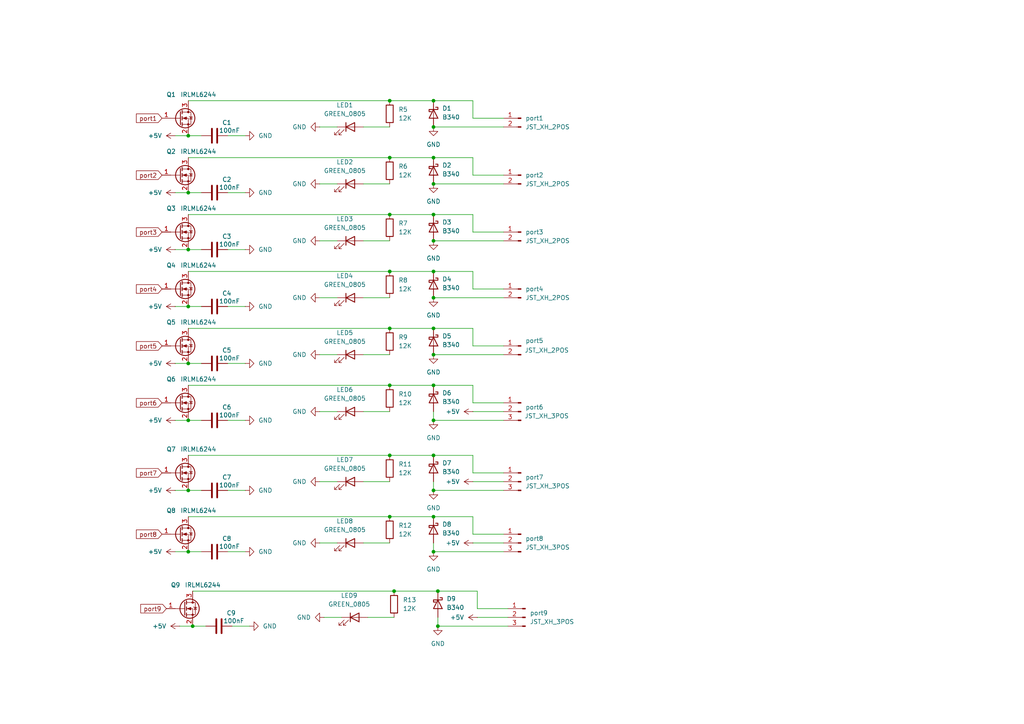
<source format=kicad_sch>
(kicad_sch (version 20231120) (generator "eeschema") (generator_version "8.0")
  (paper "A4")
  (lib_symbols
    (symbol "Connector:Conn_01x02_Pin" (pin_names (offset 1.016) hide)
      (property "Reference" "J" (at 0 2.54 0))
      (property "Value" "Conn_01x02_Pin" (at 0 -5.08 0))
      (symbol "Conn_01x02_Pin_1_1"
        (polyline (pts (xy 1.27 -2.54) (xy 0.8636 -2.54)) (stroke (width 0.1524)))
        (polyline (pts (xy 1.27 0) (xy 0.8636 0)) (stroke (width 0.1524)))
        (rectangle (start 0.8636 -2.413) (end 0 -2.667) (stroke (width 0.1524)) (fill (type outline)))
        (rectangle (start 0.8636 0.127) (end 0 -0.127) (stroke (width 0.1524)) (fill (type outline)))
        (pin passive line (at 5.08 0 180) (length 3.81) (name "Pin_1") (number "1"))
        (pin passive line (at 5.08 -2.54 180) (length 3.81) (name "Pin_2") (number "2"))
      )
    )
    (symbol "Connector:Conn_01x03_Pin" (pin_names (offset 1.016) hide)
      (property "Reference" "J" (at 0 5.08 0))
      (property "Value" "Conn_01x03_Pin" (at 0 -5.08 0))
      (symbol "Conn_01x03_Pin_1_1"
        (polyline (pts (xy 1.27 -2.54) (xy 0.8636 -2.54)) (stroke (width 0.1524)))
        (polyline (pts (xy 1.27 0) (xy 0.8636 0)) (stroke (width 0.1524)))
        (polyline (pts (xy 1.27 2.54) (xy 0.8636 2.54)) (stroke (width 0.1524)))
        (rectangle (start 0.8636 -2.413) (end 0 -2.667) (stroke (width 0.1524)) (fill (type outline)))
        (rectangle (start 0.8636 0.127) (end 0 -0.127) (stroke (width 0.1524)) (fill (type outline)))
        (rectangle (start 0.8636 2.667) (end 0 2.413) (stroke (width 0.1524)) (fill (type outline)))
        (pin passive line (at 5.08 2.54 180) (length 3.81) (name "Pin_1") (number "1"))
        (pin passive line (at 5.08 0 180) (length 3.81) (name "Pin_2") (number "2"))
        (pin passive line (at 5.08 -2.54 180) (length 3.81) (name "Pin_3") (number "3"))
      )
    )
    (symbol "Device:C" (pin_numbers hide) (pin_names (offset 0.254))
      (property "Reference" "C" (at 0.635 2.54 0))
      (property "Value" "C" (at 0.635 -2.54 0))
      (symbol "C_0_1"
        (polyline (pts (xy -2.032 -0.762) (xy 2.032 -0.762)) (stroke (width 0.508)))
        (polyline (pts (xy -2.032 0.762) (xy 2.032 0.762)) (stroke (width 0.508)))
      )
      (symbol "C_1_1"
        (pin passive line (at 0 3.81 270) (length 2.794) (name "~") (number "1"))
        (pin passive line (at 0 -3.81 90) (length 2.794) (name "~") (number "2"))
      )
    )
    (symbol "Device:LED" (pin_numbers hide) (pin_names (offset 1.016) hide)
      (property "Reference" "D" (at 0 2.54 0))
      (property "Value" "LED" (at 0 -2.54 0))
      (symbol "LED_0_1"
        (polyline (pts (xy -1.27 -1.27) (xy -1.27 1.27)) (stroke (width 0.254)))
        (polyline (pts (xy -1.27 0) (xy 1.27 0)))
        (polyline (pts (xy 1.27 -1.27) (xy 1.27 1.27) (xy -1.27 0) (xy 1.27 -1.27)) (stroke (width 0.254)))
        (polyline (pts (xy -3.048 -0.762) (xy -4.572 -2.286) (xy -3.81 -2.286) (xy -4.572 -2.286) (xy -4.572 -1.524)))
        (polyline (pts (xy -1.778 -0.762) (xy -3.302 -2.286) (xy -2.54 -2.286) (xy -3.302 -2.286) (xy -3.302 -1.524)))
      )
      (symbol "LED_1_1"
        (pin passive line (at -3.81 0 0) (length 2.54) (name "K") (number "1"))
        (pin passive line (at 3.81 0 180) (length 2.54) (name "A") (number "2"))
      )
    )
    (symbol "Device:R" (pin_numbers hide) (pin_names (offset 0))
      (property "Reference" "R" (at 2.032 0 90))
      (property "Value" "R" (at 0 0 90))
      (symbol "R_0_1"
        (rectangle (start -1.016 -2.54) (end 1.016 2.54) (stroke (width 0.254)))
      )
      (symbol "R_1_1"
        (pin passive line (at 0 3.81 270) (length 1.27) (name "~") (number "1"))
        (pin passive line (at 0 -3.81 90) (length 1.27) (name "~") (number "2"))
      )
    )
    (symbol "Diode:B340" (pin_numbers hide) (pin_names (offset 1.016) hide)
      (property "Reference" "D" (at 0 2.54 0))
      (property "Value" "B340" (at 0 -2.54 0))
      (symbol "B340_0_1"
        (polyline (pts (xy 1.27 0) (xy -1.27 0)))
        (polyline (pts (xy 1.27 1.27) (xy 1.27 -1.27) (xy -1.27 0) (xy 1.27 1.27)) (stroke (width 0.254)))
        (polyline (pts (xy -1.905 0.635) (xy -1.905 1.27) (xy -1.27 1.27) (xy -1.27 -1.27) (xy -0.635 -1.27) (xy -0.635 -0.635)) (stroke (width 0.254)))
      )
      (symbol "B340_1_1"
        (pin passive line (at -3.81 0 0) (length 2.54) (name "K") (number "1"))
        (pin passive line (at 3.81 0 180) (length 2.54) (name "A") (number "2"))
      )
    )
    (symbol "Transistor_FET:IRLML6244" (pin_names hide)
      (property "Reference" "Q" (at 5.08 1.905 0))
      (property "Value" "IRLML6244" (at 5.08 0 0))
      (symbol "IRLML6244_0_1"
        (polyline (pts (xy 0.254 0) (xy -2.54 0)))
        (polyline (pts (xy 0.254 1.905) (xy 0.254 -1.905)) (stroke (width 0.254)))
        (polyline (pts (xy 0.762 -1.27) (xy 0.762 -2.286)) (stroke (width 0.254)))
        (polyline (pts (xy 0.762 0.508) (xy 0.762 -0.508)) (stroke (width 0.254)))
        (polyline (pts (xy 0.762 2.286) (xy 0.762 1.27)) (stroke (width 0.254)))
        (polyline (pts (xy 2.54 2.54) (xy 2.54 1.778)))
        (polyline (pts (xy 2.54 -2.54) (xy 2.54 0) (xy 0.762 0)))
        (polyline (pts (xy 0.762 -1.778) (xy 3.302 -1.778) (xy 3.302 1.778) (xy 0.762 1.778)))
        (polyline (pts (xy 1.016 0) (xy 2.032 0.381) (xy 2.032 -0.381) (xy 1.016 0)) (fill (type outline)))
        (polyline (pts (xy 2.794 0.508) (xy 2.921 0.381) (xy 3.683 0.381) (xy 3.81 0.254)))
        (polyline (pts (xy 3.302 0.381) (xy 2.921 -0.254) (xy 3.683 -0.254) (xy 3.302 0.381)))
        (circle (center 1.651 0) (radius 2.794) (stroke (width 0.254)))
        (circle (center 2.54 -1.778) (radius 0.254) (fill (type outline)))
        (circle (center 2.54 1.778) (radius 0.254) (fill (type outline)))
      )
      (symbol "IRLML6244_1_1"
        (pin input line (at -5.08 0 0) (length 2.54) (name "G") (number "1"))
        (pin passive line (at 2.54 -5.08 90) (length 2.54) (name "S") (number "2"))
        (pin passive line (at 2.54 5.08 270) (length 2.54) (name "D") (number "3"))
      )
    )
    (symbol "power:+5V" (power) (pin_numbers hide) (pin_names (offset 0) hide)
      (property "Value" "+5V" (at 0 3.556 0))
      (symbol "+5V_0_1"
        (polyline (pts (xy -0.762 1.27) (xy 0 2.54)))
        (polyline (pts (xy 0 0) (xy 0 2.54)))
        (polyline (pts (xy 0 2.54) (xy 0.762 1.27)))
      )
      (symbol "+5V_1_1"
        (pin power_in line (at 0 0 90) (length 0) (name "~") (number "1"))
      )
    )
    (symbol "power:GND" (power) (pin_numbers hide) (pin_names (offset 0) hide)
      (property "Value" "GND" (at 0 -3.81 0))
      (symbol "GND_0_1"
        (polyline (pts (xy 0 0) (xy 0 -1.27) (xy 1.27 -1.27) (xy 0 -2.54) (xy -1.27 -1.27) (xy 0 -1.27)))
      )
      (symbol "GND_1_1"
        (pin power_in line (at 0 0 270) (length 0) (name "~") (number "1"))
      )
    )
  )
  (junction (at 125.73 149.86))
  (junction (at 127 181.61))
  (junction (at 125.73 29.21))
  (junction (at 113.03 78.74))
  (junction (at 125.73 111.76))
  (junction (at 114.3 171.45))
  (junction (at 55.88 181.61))
  (junction (at 113.03 132.08))
  (junction (at 113.03 29.21))
  (junction (at 125.73 45.72))
  (junction (at 125.73 78.74))
  (junction (at 54.61 121.92))
  (junction (at 125.73 121.92))
  (junction (at 54.61 142.24))
  (junction (at 125.73 86.36))
  (junction (at 54.61 88.9))
  (junction (at 125.73 142.24))
  (junction (at 125.73 69.85))
  (junction (at 125.73 36.83))
  (junction (at 125.73 95.25))
  (junction (at 113.03 45.72))
  (junction (at 125.73 132.08))
  (junction (at 113.03 149.86))
  (junction (at 127 171.45))
  (junction (at 54.61 105.41))
  (junction (at 125.73 62.23))
  (junction (at 125.73 102.87))
  (junction (at 54.61 55.88))
  (junction (at 113.03 111.76))
  (junction (at 125.73 160.02))
  (junction (at 113.03 95.25))
  (junction (at 54.61 160.02))
  (junction (at 54.61 72.39))
  (junction (at 125.73 53.34))
  (junction (at 54.61 39.37))
  (junction (at 113.03 62.23))
  (wire (pts (xy 105.41 86.36) (xy 113.03 86.36)))
  (wire (pts (xy 113.03 62.23) (xy 125.73 62.23)))
  (wire (pts (xy 66.04 55.88) (xy 71.12 55.88)))
  (wire (pts (xy 55.88 181.61) (xy 59.69 181.61)))
  (wire (pts (xy 137.16 111.76) (xy 137.16 116.84)))
  (wire (pts (xy 54.61 121.92) (xy 58.42 121.92)))
  (wire (pts (xy 54.61 72.39) (xy 58.42 72.39)))
  (wire (pts (xy 137.16 50.8) (xy 146.05 50.8)))
  (wire (pts (xy 93.98 179.07) (xy 99.06 179.07)))
  (wire (pts (xy 55.88 171.45) (xy 114.3 171.45)))
  (wire (pts (xy 105.41 139.7) (xy 113.03 139.7)))
  (wire (pts (xy 66.04 39.37) (xy 71.12 39.37)))
  (wire (pts (xy 54.61 111.76) (xy 113.03 111.76)))
  (wire (pts (xy 137.16 139.7) (xy 146.05 139.7)))
  (wire (pts (xy 66.04 142.24) (xy 71.12 142.24)))
  (wire (pts (xy 125.73 29.21) (xy 137.16 29.21)))
  (wire (pts (xy 105.41 53.34) (xy 113.03 53.34)))
  (wire (pts (xy 138.43 171.45) (xy 138.43 176.53)))
  (wire (pts (xy 137.16 34.29) (xy 146.05 34.29)))
  (wire (pts (xy 66.04 121.92) (xy 71.12 121.92)))
  (wire (pts (xy 54.61 132.08) (xy 113.03 132.08)))
  (wire (pts (xy 67.31 181.61) (xy 72.39 181.61)))
  (wire (pts (xy 50.8 142.24) (xy 54.61 142.24)))
  (wire (pts (xy 92.71 36.83) (xy 97.79 36.83)))
  (wire (pts (xy 113.03 29.21) (xy 125.73 29.21)))
  (wire (pts (xy 125.73 121.92) (xy 125.73 119.38)))
  (wire (pts (xy 125.73 142.24) (xy 125.73 139.7)))
  (wire (pts (xy 54.61 29.21) (xy 113.03 29.21)))
  (wire (pts (xy 54.61 105.41) (xy 50.8 105.41)))
  (wire (pts (xy 125.73 36.83) (xy 146.05 36.83)))
  (wire (pts (xy 125.73 102.87) (xy 146.05 102.87)))
  (wire (pts (xy 137.16 119.38) (xy 146.05 119.38)))
  (wire (pts (xy 137.16 95.25) (xy 137.16 100.33)))
  (wire (pts (xy 92.71 86.36) (xy 97.79 86.36)))
  (wire (pts (xy 125.73 132.08) (xy 137.16 132.08)))
  (wire (pts (xy 114.3 171.45) (xy 127 171.45)))
  (wire (pts (xy 105.41 36.83) (xy 113.03 36.83)))
  (wire (pts (xy 54.61 142.24) (xy 58.42 142.24)))
  (wire (pts (xy 92.71 119.38) (xy 97.79 119.38)))
  (wire (pts (xy 137.16 149.86) (xy 137.16 154.94)))
  (wire (pts (xy 92.71 102.87) (xy 97.79 102.87)))
  (wire (pts (xy 137.16 83.82) (xy 146.05 83.82)))
  (wire (pts (xy 52.07 181.61) (xy 55.88 181.61)))
  (wire (pts (xy 125.73 95.25) (xy 137.16 95.25)))
  (wire (pts (xy 92.71 69.85) (xy 97.79 69.85)))
  (wire (pts (xy 66.04 88.9) (xy 71.12 88.9)))
  (wire (pts (xy 137.16 78.74) (xy 137.16 83.82)))
  (wire (pts (xy 54.61 39.37) (xy 58.42 39.37)))
  (wire (pts (xy 113.03 78.74) (xy 125.73 78.74)))
  (wire (pts (xy 125.73 53.34) (xy 146.05 53.34)))
  (wire (pts (xy 54.61 105.41) (xy 58.42 105.41)))
  (wire (pts (xy 125.73 142.24) (xy 146.05 142.24)))
  (wire (pts (xy 113.03 111.76) (xy 125.73 111.76)))
  (wire (pts (xy 138.43 179.07) (xy 147.32 179.07)))
  (wire (pts (xy 125.73 86.36) (xy 146.05 86.36)))
  (wire (pts (xy 54.61 160.02) (xy 58.42 160.02)))
  (wire (pts (xy 127 181.61) (xy 147.32 181.61)))
  (wire (pts (xy 54.61 88.9) (xy 58.42 88.9)))
  (wire (pts (xy 125.73 121.92) (xy 146.05 121.92)))
  (wire (pts (xy 125.73 69.85) (xy 146.05 69.85)))
  (wire (pts (xy 50.8 121.92) (xy 54.61 121.92)))
  (wire (pts (xy 137.16 154.94) (xy 146.05 154.94)))
  (wire (pts (xy 66.04 72.39) (xy 71.12 72.39)))
  (wire (pts (xy 125.73 111.76) (xy 137.16 111.76)))
  (wire (pts (xy 127 171.45) (xy 138.43 171.45)))
  (wire (pts (xy 54.61 95.25) (xy 113.03 95.25)))
  (wire (pts (xy 138.43 176.53) (xy 147.32 176.53)))
  (wire (pts (xy 54.61 55.88) (xy 50.8 55.88)))
  (wire (pts (xy 54.61 45.72) (xy 113.03 45.72)))
  (wire (pts (xy 137.16 137.16) (xy 146.05 137.16)))
  (wire (pts (xy 137.16 116.84) (xy 146.05 116.84)))
  (wire (pts (xy 113.03 132.08) (xy 125.73 132.08)))
  (wire (pts (xy 125.73 149.86) (xy 137.16 149.86)))
  (wire (pts (xy 92.71 53.34) (xy 97.79 53.34)))
  (wire (pts (xy 105.41 102.87) (xy 113.03 102.87)))
  (wire (pts (xy 66.04 105.41) (xy 71.12 105.41)))
  (wire (pts (xy 54.61 78.74) (xy 113.03 78.74)))
  (wire (pts (xy 125.73 160.02) (xy 146.05 160.02)))
  (wire (pts (xy 54.61 149.86) (xy 113.03 149.86)))
  (wire (pts (xy 125.73 78.74) (xy 137.16 78.74)))
  (wire (pts (xy 66.04 160.02) (xy 71.12 160.02)))
  (wire (pts (xy 137.16 67.31) (xy 146.05 67.31)))
  (wire (pts (xy 54.61 88.9) (xy 50.8 88.9)))
  (wire (pts (xy 92.71 157.48) (xy 97.79 157.48)))
  (wire (pts (xy 54.61 62.23) (xy 113.03 62.23)))
  (wire (pts (xy 105.41 157.48) (xy 113.03 157.48)))
  (wire (pts (xy 127 181.61) (xy 127 179.07)))
  (wire (pts (xy 113.03 149.86) (xy 125.73 149.86)))
  (wire (pts (xy 54.61 39.37) (xy 50.8 39.37)))
  (wire (pts (xy 54.61 72.39) (xy 50.8 72.39)))
  (wire (pts (xy 125.73 160.02) (xy 125.73 157.48)))
  (wire (pts (xy 125.73 62.23) (xy 137.16 62.23)))
  (wire (pts (xy 50.8 160.02) (xy 54.61 160.02)))
  (wire (pts (xy 137.16 62.23) (xy 137.16 67.31)))
  (wire (pts (xy 137.16 29.21) (xy 137.16 34.29)))
  (wire (pts (xy 113.03 95.25) (xy 125.73 95.25)))
  (wire (pts (xy 113.03 45.72) (xy 125.73 45.72)))
  (wire (pts (xy 54.61 55.88) (xy 58.42 55.88)))
  (wire (pts (xy 137.16 157.48) (xy 146.05 157.48)))
  (wire (pts (xy 137.16 132.08) (xy 137.16 137.16)))
  (wire (pts (xy 125.73 45.72) (xy 137.16 45.72)))
  (wire (pts (xy 137.16 45.72) (xy 137.16 50.8)))
  (wire (pts (xy 106.68 179.07) (xy 114.3 179.07)))
  (wire (pts (xy 105.41 119.38) (xy 113.03 119.38)))
  (wire (pts (xy 92.71 139.7) (xy 97.79 139.7)))
  (wire (pts (xy 137.16 100.33) (xy 146.05 100.33)))
  (wire (pts (xy 105.41 69.85) (xy 113.03 69.85)))
  (global_label "port9" (shape input) (at 48.26 176.53 180) (property "Intersheetrefs" "${INTERSHEET_REFS}" (effects (hide yes))))
  (global_label "port7" (shape input) (at 46.99 137.16 180) (property "Intersheetrefs" "${INTERSHEET_REFS}" (effects (hide yes))))
  (global_label "port6" (shape input) (at 46.99 116.84 180) (property "Intersheetrefs" "${INTERSHEET_REFS}" (effects (hide yes))))
  (global_label "port1" (shape input) (at 46.99 34.29 180) (property "Intersheetrefs" "${INTERSHEET_REFS}" (effects (hide yes))))
  (global_label "port3" (shape input) (at 46.99 67.31 180) (property "Intersheetrefs" "${INTERSHEET_REFS}" (effects (hide yes))))
  (global_label "port8" (shape input) (at 46.99 154.94 180) (property "Intersheetrefs" "${INTERSHEET_REFS}" (effects (hide yes))))
  (global_label "port4" (shape input) (at 46.99 83.82 180) (property "Intersheetrefs" "${INTERSHEET_REFS}" (effects (hide yes))))
  (global_label "port5" (shape input) (at 46.99 100.33 180) (property "Intersheetrefs" "${INTERSHEET_REFS}" (effects (hide yes))))
  (global_label "port2" (shape input) (at 46.99 50.8 180) (property "Intersheetrefs" "${INTERSHEET_REFS}" (effects (hide yes))))
  (symbol (lib_id "power:GND") (at 92.71 53.34 270) (unit 1)
    (property "Reference" "#PWR036" (effects (hide yes)))
    (property "Value" "GND" (at 88.9 53.3399 90) (effects (justify right)))
    (property "Description" "Power symbol creates a global label with name \"GND\" , ground" (effects (hide yes)))
  )
  (symbol (lib_id "Connector:Conn_01x03_Pin") (at 151.13 119.38 0) (mirror y) (unit 1)
    (property "Reference" "port6" (at 152.4 118.11 0) (effects (justify right)))
    (property "Value" "JST_XH_3POS" (at 152.146 120.65 0) (effects (justify right)))
    (property "Footprint" "Connector_JST:JST_XH_S3B-XH-A_1x03_P2.50mm_Horizontal" (effects (hide yes)))
    (property "Description" "Generic connector, single row, 01x03, script generated" (effects (hide yes)))
  )
  (symbol (lib_id "power:GND") (at 92.71 139.7 270) (unit 1)
    (property "Reference" "#PWR041" (effects (hide yes)))
    (property "Value" "GND" (at 88.9 139.6999 90) (effects (justify right)))
    (property "Description" "Power symbol creates a global label with name \"GND\" , ground" (effects (hide yes)))
  )
  (symbol (lib_id "Device:C") (at 62.23 160.02 270) (mirror x) (unit 1)
    (property "Reference" "C8" (at 65.786 156.21 90))
    (property "Value" "100nF" (at 66.548 158.496 90))
    (property "Footprint" "Capacitor_SMD:C_0805_2012Metric_Pad1.18x1.45mm_HandSolder" (effects (hide yes)))
    (property "Description" "Unpolarized capacitor" (effects (hide yes)))
  )
  (symbol (lib_id "power:GND") (at 92.71 119.38 270) (unit 1)
    (property "Reference" "#PWR040" (effects (hide yes)))
    (property "Value" "GND" (at 88.9 119.3799 90) (effects (justify right)))
    (property "Description" "Power symbol creates a global label with name \"GND\" , ground" (effects (hide yes)))
  )
  (symbol (lib_id "Device:LED") (at 101.6 157.48 0) (unit 1)
    (property "Reference" "LED8" (at 100.0125 151.13 0))
    (property "Value" "GREEN_0805" (at 100.0125 153.67 0))
    (property "Footprint" "LED_SMD:LED_0805_2012Metric_Pad1.15x1.40mm_HandSolder" (effects (hide yes)))
    (property "Description" "Light emitting diode" (effects (hide yes)))
  )
  (symbol (lib_id "power:+5V") (at 137.16 119.38 90) (mirror x) (unit 1)
    (property "Reference" "#PWR053" (effects (hide yes)))
    (property "Value" "+5V" (at 133.35 119.3799 90) (effects (justify left)))
    (property "Description" "Power symbol creates a global label with name \"+5V\"" (effects (hide yes)))
  )
  (symbol (lib_id "power:GND") (at 125.73 121.92 0) (unit 1)
    (property "Reference" "#PWR049" (effects (hide yes)))
    (property "Value" "GND" (at 125.73 127 0))
    (property "Description" "Power symbol creates a global label with name \"GND\" , ground" (effects (hide yes)))
  )
  (symbol (lib_id "Device:C") (at 62.23 121.92 270) (mirror x) (unit 1)
    (property "Reference" "C6" (at 65.786 118.11 90))
    (property "Value" "100nF" (at 66.548 120.396 90))
    (property "Footprint" "Capacitor_SMD:C_0805_2012Metric_Pad1.18x1.45mm_HandSolder" (effects (hide yes)))
    (property "Description" "Unpolarized capacitor" (effects (hide yes)))
  )
  (symbol (lib_id "Device:R") (at 114.3 175.26 0) (unit 1)
    (property "Reference" "R13" (at 116.84 173.9899 0) (effects (justify left)))
    (property "Value" "12K" (at 116.84 176.5299 0) (effects (justify left)))
    (property "Footprint" "Resistor_SMD:R_0805_2012Metric_Pad1.20x1.40mm_HandSolder" (effects (hide yes)))
    (property "Description" "Resistor" (effects (hide yes)))
  )
  (symbol (lib_id "Transistor_FET:IRLML6244") (at 52.07 50.8 0) (unit 1)
    (property "Reference" "Q2" (at 48.26 43.942 0) (effects (justify left)))
    (property "Value" "IRLML6244" (at 52.324 43.942 0) (effects (justify left)))
    (property "Footprint" "Package_TO_SOT_SMD:SOT-23" (effects (hide yes)))
    (property "Datasheet" "https://www.infineon.com/dgdl/Infineon-IRLML6244-DataSheet-v01_01-EN.pdf?fileId=5546d462533600a4015356686fed261f" (effects (hide yes)))
    (property "Description" "6.3A Id, 20V Vds, 21mOhm Rds, N-Channel StrongIRFET Power MOSFET, SOT-23" (effects (hide yes)))
  )
  (symbol (lib_id "Connector:Conn_01x03_Pin") (at 151.13 157.48 0) (mirror y) (unit 1)
    (property "Reference" "port8" (at 152.4 156.2099 0) (effects (justify right)))
    (property "Value" "JST_XH_3POS" (at 152.4 158.7499 0) (effects (justify right)))
    (property "Footprint" "Connector_JST:JST_XH_S3B-XH-A_1x03_P2.50mm_Horizontal" (effects (hide yes)))
    (property "Description" "Generic connector, single row, 01x03, script generated" (effects (hide yes)))
  )
  (symbol (lib_id "Device:LED") (at 102.87 179.07 0) (unit 1)
    (property "Reference" "LED9" (at 101.2825 172.72 0))
    (property "Value" "GREEN_0805" (at 101.2825 175.26 0))
    (property "Footprint" "LED_SMD:LED_0805_2012Metric_Pad1.15x1.40mm_HandSolder" (effects (hide yes)))
    (property "Description" "Light emitting diode" (effects (hide yes)))
  )
  (symbol (lib_id "power:GND") (at 125.73 69.85 0) (unit 1)
    (property "Reference" "#PWR046" (effects (hide yes)))
    (property "Value" "GND" (at 125.73 74.93 0))
    (property "Description" "Power symbol creates a global label with name \"GND\" , ground" (effects (hide yes)))
  )
  (symbol (lib_id "Transistor_FET:IRLML6244") (at 52.07 34.29 0) (unit 1)
    (property "Reference" "Q1" (at 48.26 27.432 0) (effects (justify left)))
    (property "Value" "IRLML6244" (at 52.324 27.432 0) (effects (justify left)))
    (property "Footprint" "Package_TO_SOT_SMD:SOT-23" (effects (hide yes)))
    (property "Datasheet" "https://www.infineon.com/dgdl/Infineon-IRLML6244-DataSheet-v01_01-EN.pdf?fileId=5546d462533600a4015356686fed261f" (effects (hide yes)))
    (property "Description" "6.3A Id, 20V Vds, 21mOhm Rds, N-Channel StrongIRFET Power MOSFET, SOT-23" (effects (hide yes)))
  )
  (symbol (lib_id "power:GND") (at 72.39 181.61 90) (mirror x) (unit 1)
    (property "Reference" "#PWR034" (effects (hide yes)))
    (property "Value" "GND" (at 76.2 181.6099 90) (effects (justify right)))
    (property "Description" "Power symbol creates a global label with name \"GND\" , ground" (effects (hide yes)))
  )
  (symbol (lib_id "power:+5V") (at 52.07 181.61 90) (mirror x) (unit 1)
    (property "Reference" "#PWR025" (effects (hide yes)))
    (property "Value" "+5V" (at 48.26 181.6099 90) (effects (justify left)))
    (property "Description" "Power symbol creates a global label with name \"+5V\"" (effects (hide yes)))
  )
  (symbol (lib_id "Transistor_FET:IRLML6244") (at 52.07 137.16 0) (unit 1)
    (property "Reference" "Q7" (at 48.26 130.302 0) (effects (justify left)))
    (property "Value" "IRLML6244" (at 52.324 130.302 0) (effects (justify left)))
    (property "Footprint" "Package_TO_SOT_SMD:SOT-23" (effects (hide yes)))
    (property "Datasheet" "https://www.infineon.com/dgdl/Infineon-IRLML6244-DataSheet-v01_01-EN.pdf?fileId=5546d462533600a4015356686fed261f" (effects (hide yes)))
    (property "Description" "6.3A Id, 20V Vds, 21mOhm Rds, N-Channel StrongIRFET Power MOSFET, SOT-23" (effects (hide yes)))
  )
  (symbol (lib_id "Device:LED") (at 101.6 69.85 0) (unit 1)
    (property "Reference" "LED3" (at 100.0125 63.5 0))
    (property "Value" "GREEN_0805" (at 100.0125 66.04 0))
    (property "Footprint" "LED_SMD:LED_0805_2012Metric_Pad1.15x1.40mm_HandSolder" (effects (hide yes)))
    (property "Description" "Light emitting diode" (effects (hide yes)))
  )
  (symbol (lib_id "power:GND") (at 125.73 142.24 0) (unit 1)
    (property "Reference" "#PWR050" (effects (hide yes)))
    (property "Value" "GND" (at 125.73 147.32 0))
    (property "Description" "Power symbol creates a global label with name \"GND\" , ground" (effects (hide yes)))
  )
  (symbol (lib_id "power:GND") (at 92.71 157.48 270) (unit 1)
    (property "Reference" "#PWR042" (effects (hide yes)))
    (property "Value" "GND" (at 88.9 157.4799 90) (effects (justify right)))
    (property "Description" "Power symbol creates a global label with name \"GND\" , ground" (effects (hide yes)))
  )
  (symbol (lib_id "Device:LED") (at 101.6 36.83 0) (unit 1)
    (property "Reference" "LED1" (at 100.0125 30.48 0))
    (property "Value" "GREEN_0805" (at 100.0125 33.02 0))
    (property "Footprint" "LED_SMD:LED_0805_2012Metric_Pad1.15x1.40mm_HandSolder" (effects (hide yes)))
    (property "Description" "Light emitting diode" (effects (hide yes)))
  )
  (symbol (lib_id "Transistor_FET:IRLML6244") (at 53.34 176.53 0) (unit 1)
    (property "Reference" "Q9" (at 49.53 169.672 0) (effects (justify left)))
    (property "Value" "IRLML6244" (at 53.594 169.672 0) (effects (justify left)))
    (property "Footprint" "Package_TO_SOT_SMD:SOT-23" (effects (hide yes)))
    (property "Datasheet" "https://www.infineon.com/dgdl/Infineon-IRLML6244-DataSheet-v01_01-EN.pdf?fileId=5546d462533600a4015356686fed261f" (effects (hide yes)))
    (property "Description" "6.3A Id, 20V Vds, 21mOhm Rds, N-Channel StrongIRFET Power MOSFET, SOT-23" (effects (hide yes)))
  )
  (symbol (lib_id "power:+5V") (at 138.43 179.07 90) (mirror x) (unit 1)
    (property "Reference" "#PWR056" (effects (hide yes)))
    (property "Value" "+5V" (at 134.62 179.0699 90) (effects (justify left)))
    (property "Description" "Power symbol creates a global label with name \"+5V\"" (effects (hide yes)))
  )
  (symbol (lib_id "Connector:Conn_01x02_Pin") (at 151.13 83.82 0) (mirror y) (unit 1)
    (property "Reference" "port4" (at 152.4 83.8199 0) (effects (justify right)))
    (property "Value" "JST_XH_2POS" (at 152.4 86.3599 0) (effects (justify right)))
    (property "Footprint" "Connector_JST:JST_XH_S2B-XH-A_1x02_P2.50mm_Horizontal" (effects (hide yes)))
    (property "Description" "Generic connector, single row, 01x02, script generated" (effects (hide yes)))
  )
  (symbol (lib_id "power:GND") (at 71.12 72.39 90) (mirror x) (unit 1)
    (property "Reference" "#PWR028" (effects (hide yes)))
    (property "Value" "GND" (at 74.93 72.3899 90) (effects (justify right)))
    (property "Description" "Power symbol creates a global label with name \"GND\" , ground" (effects (hide yes)))
  )
  (symbol (lib_id "Device:C") (at 62.23 88.9 270) (mirror x) (unit 1)
    (property "Reference" "C4" (at 65.786 85.09 90))
    (property "Value" "100nF" (at 66.548 87.376 90))
    (property "Footprint" "Capacitor_SMD:C_0805_2012Metric_Pad1.18x1.45mm_HandSolder" (effects (hide yes)))
    (property "Description" "Unpolarized capacitor" (effects (hide yes)))
  )
  (symbol (lib_id "power:+5V") (at 50.8 105.41 90) (mirror x) (unit 1)
    (property "Reference" "#PWR021" (effects (hide yes)))
    (property "Value" "+5V" (at 46.99 105.4099 90) (effects (justify left)))
    (property "Description" "Power symbol creates a global label with name \"+5V\"" (effects (hide yes)))
  )
  (symbol (lib_id "Diode:B340") (at 125.73 33.02 270) (unit 1)
    (property "Reference" "D1" (at 128.27 31.4324 90) (effects (justify left)))
    (property "Value" "B340" (at 128.27 33.9724 90) (effects (justify left)))
    (property "Footprint" "Diode_SMD:D_SMC" (effects (hide yes)))
    (property "Datasheet" "http://www.jameco.com/Jameco/Products/ProdDS/1538777.pdf" (effects (hide yes)))
    (property "Description" "40V 3A Schottky Barrier Rectifier Diode, SMC" (effects (hide yes)))
  )
  (symbol (lib_id "power:GND") (at 71.12 105.41 90) (mirror x) (unit 1)
    (property "Reference" "#PWR030" (effects (hide yes)))
    (property "Value" "GND" (at 74.93 105.4099 90) (effects (justify right)))
    (property "Description" "Power symbol creates a global label with name \"GND\" , ground" (effects (hide yes)))
  )
  (symbol (lib_id "Device:LED") (at 101.6 86.36 0) (unit 1)
    (property "Reference" "LED4" (at 100.0125 80.01 0))
    (property "Value" "GREEN_0805" (at 100.0125 82.55 0))
    (property "Footprint" "LED_SMD:LED_0805_2012Metric_Pad1.15x1.40mm_HandSolder" (effects (hide yes)))
    (property "Description" "Light emitting diode" (effects (hide yes)))
  )
  (symbol (lib_id "Connector:Conn_01x03_Pin") (at 151.13 139.7 0) (mirror y) (unit 1)
    (property "Reference" "port7" (at 152.4 138.4299 0) (effects (justify right)))
    (property "Value" "JST_XH_3POS" (at 152.4 140.9699 0) (effects (justify right)))
    (property "Footprint" "Connector_JST:JST_XH_S3B-XH-A_1x03_P2.50mm_Horizontal" (effects (hide yes)))
    (property "Description" "Generic connector, single row, 01x03, script generated" (effects (hide yes)))
  )
  (symbol (lib_id "Device:LED") (at 101.6 53.34 0) (unit 1)
    (property "Reference" "LED2" (at 100.0125 46.99 0))
    (property "Value" "GREEN_0805" (at 100.0125 49.53 0))
    (property "Footprint" "LED_SMD:LED_0805_2012Metric_Pad1.15x1.40mm_HandSolder" (effects (hide yes)))
    (property "Description" "Light emitting diode" (effects (hide yes)))
  )
  (symbol (lib_id "Diode:B340") (at 125.73 66.04 270) (unit 1)
    (property "Reference" "D3" (at 128.27 64.4524 90) (effects (justify left)))
    (property "Value" "B340" (at 128.27 66.9924 90) (effects (justify left)))
    (property "Footprint" "Diode_SMD:D_SMC" (effects (hide yes)))
    (property "Datasheet" "http://www.jameco.com/Jameco/Products/ProdDS/1538777.pdf" (effects (hide yes)))
    (property "Description" "40V 3A Schottky Barrier Rectifier Diode, SMC" (effects (hide yes)))
  )
  (symbol (lib_id "Device:C") (at 62.23 72.39 270) (mirror x) (unit 1)
    (property "Reference" "C3" (at 65.786 68.58 90))
    (property "Value" "100nF" (at 66.548 70.866 90))
    (property "Footprint" "Capacitor_SMD:C_0805_2012Metric_Pad1.18x1.45mm_HandSolder" (effects (hide yes)))
    (property "Description" "Unpolarized capacitor" (effects (hide yes)))
  )
  (symbol (lib_id "power:GND") (at 92.71 69.85 270) (unit 1)
    (property "Reference" "#PWR037" (effects (hide yes)))
    (property "Value" "GND" (at 88.9 69.8499 90) (effects (justify right)))
    (property "Description" "Power symbol creates a global label with name \"GND\" , ground" (effects (hide yes)))
  )
  (symbol (lib_id "power:GND") (at 71.12 142.24 90) (mirror x) (unit 1)
    (property "Reference" "#PWR032" (effects (hide yes)))
    (property "Value" "GND" (at 74.93 142.2399 90) (effects (justify right)))
    (property "Description" "Power symbol creates a global label with name \"GND\" , ground" (effects (hide yes)))
  )
  (symbol (lib_id "Device:LED") (at 101.6 119.38 0) (unit 1)
    (property "Reference" "LED6" (at 100.0125 113.03 0))
    (property "Value" "GREEN_0805" (at 100.0125 115.57 0))
    (property "Footprint" "LED_SMD:LED_0805_2012Metric_Pad1.15x1.40mm_HandSolder" (effects (hide yes)))
    (property "Description" "Light emitting diode" (effects (hide yes)))
  )
  (symbol (lib_id "Diode:B340") (at 125.73 135.89 270) (unit 1)
    (property "Reference" "D7" (at 128.27 134.3024 90) (effects (justify left)))
    (property "Value" "B340" (at 128.27 136.8424 90) (effects (justify left)))
    (property "Footprint" "Diode_SMD:D_SMC" (effects (hide yes)))
    (property "Datasheet" "http://www.jameco.com/Jameco/Products/ProdDS/1538777.pdf" (effects (hide yes)))
    (property "Description" "40V 3A Schottky Barrier Rectifier Diode, SMC" (effects (hide yes)))
  )
  (symbol (lib_id "Transistor_FET:IRLML6244") (at 52.07 154.94 0) (unit 1)
    (property "Reference" "Q8" (at 48.26 148.082 0) (effects (justify left)))
    (property "Value" "IRLML6244" (at 52.324 148.082 0) (effects (justify left)))
    (property "Footprint" "Package_TO_SOT_SMD:SOT-23" (effects (hide yes)))
    (property "Datasheet" "https://www.infineon.com/dgdl/Infineon-IRLML6244-DataSheet-v01_01-EN.pdf?fileId=5546d462533600a4015356686fed261f" (effects (hide yes)))
    (property "Description" "6.3A Id, 20V Vds, 21mOhm Rds, N-Channel StrongIRFET Power MOSFET, SOT-23" (effects (hide yes)))
  )
  (symbol (lib_id "power:GND") (at 71.12 39.37 90) (mirror x) (unit 1)
    (property "Reference" "#PWR026" (effects (hide yes)))
    (property "Value" "GND" (at 74.93 39.3699 90) (effects (justify right)))
    (property "Description" "Power symbol creates a global label with name \"GND\" , ground" (effects (hide yes)))
  )
  (symbol (lib_id "Connector:Conn_01x02_Pin") (at 151.13 100.33 0) (mirror y) (unit 1)
    (property "Reference" "port5" (at 152.4 98.806 0) (effects (justify right)))
    (property "Value" "JST_XH_2POS" (at 152.146 101.6 0) (effects (justify right)))
    (property "Footprint" "Connector_JST:JST_XH_S2B-XH-A_1x02_P2.50mm_Horizontal" (effects (hide yes)))
    (property "Description" "Generic connector, single row, 01x02, script generated" (effects (hide yes)))
  )
  (symbol (lib_id "Diode:B340") (at 127 175.26 270) (unit 1)
    (property "Reference" "D9" (at 129.54 173.6724 90) (effects (justify left)))
    (property "Value" "B340" (at 129.54 176.2124 90) (effects (justify left)))
    (property "Footprint" "Diode_SMD:D_SMC" (effects (hide yes)))
    (property "Datasheet" "http://www.jameco.com/Jameco/Products/ProdDS/1538777.pdf" (effects (hide yes)))
    (property "Description" "40V 3A Schottky Barrier Rectifier Diode, SMC" (effects (hide yes)))
  )
  (symbol (lib_id "power:GND") (at 127 181.61 0) (unit 1)
    (property "Reference" "#PWR052" (effects (hide yes)))
    (property "Value" "GND" (at 127 186.69 0))
    (property "Description" "Power symbol creates a global label with name \"GND\" , ground" (effects (hide yes)))
  )
  (symbol (lib_id "Connector:Conn_01x02_Pin") (at 151.13 50.8 0) (mirror y) (unit 1)
    (property "Reference" "port2" (at 152.4 50.7999 0) (effects (justify right)))
    (property "Value" "JST_XH_2POS" (at 152.4 53.3399 0) (effects (justify right)))
    (property "Footprint" "Connector_JST:JST_XH_S2B-XH-A_1x02_P2.50mm_Horizontal" (effects (hide yes)))
    (property "Description" "Generic connector, single row, 01x02, script generated" (effects (hide yes)))
  )
  (symbol (lib_id "Diode:B340") (at 125.73 82.55 270) (unit 1)
    (property "Reference" "D4" (at 128.27 80.9624 90) (effects (justify left)))
    (property "Value" "B340" (at 128.27 83.5024 90) (effects (justify left)))
    (property "Footprint" "Diode_SMD:D_SMC" (effects (hide yes)))
    (property "Datasheet" "http://www.jameco.com/Jameco/Products/ProdDS/1538777.pdf" (effects (hide yes)))
    (property "Description" "40V 3A Schottky Barrier Rectifier Diode, SMC" (effects (hide yes)))
  )
  (symbol (lib_id "power:GND") (at 71.12 88.9 90) (mirror x) (unit 1)
    (property "Reference" "#PWR029" (effects (hide yes)))
    (property "Value" "GND" (at 74.93 88.8999 90) (effects (justify right)))
    (property "Description" "Power symbol creates a global label with name \"GND\" , ground" (effects (hide yes)))
  )
  (symbol (lib_id "Transistor_FET:IRLML6244") (at 52.07 100.33 0) (unit 1)
    (property "Reference" "Q5" (at 48.26 93.472 0) (effects (justify left)))
    (property "Value" "IRLML6244" (at 52.324 93.472 0) (effects (justify left)))
    (property "Footprint" "Package_TO_SOT_SMD:SOT-23" (effects (hide yes)))
    (property "Datasheet" "https://www.infineon.com/dgdl/Infineon-IRLML6244-DataSheet-v01_01-EN.pdf?fileId=5546d462533600a4015356686fed261f" (effects (hide yes)))
    (property "Description" "6.3A Id, 20V Vds, 21mOhm Rds, N-Channel StrongIRFET Power MOSFET, SOT-23" (effects (hide yes)))
  )
  (symbol (lib_id "Device:C") (at 62.23 105.41 270) (mirror x) (unit 1)
    (property "Reference" "C5" (at 65.786 101.6 90))
    (property "Value" "100nF" (at 66.548 103.886 90))
    (property "Footprint" "Capacitor_SMD:C_0805_2012Metric_Pad1.18x1.45mm_HandSolder" (effects (hide yes)))
    (property "Description" "Unpolarized capacitor" (effects (hide yes)))
  )
  (symbol (lib_id "Transistor_FET:IRLML6244") (at 52.07 83.82 0) (unit 1)
    (property "Reference" "Q4" (at 48.26 76.962 0) (effects (justify left)))
    (property "Value" "IRLML6244" (at 52.324 76.962 0) (effects (justify left)))
    (property "Footprint" "Package_TO_SOT_SMD:SOT-23" (effects (hide yes)))
    (property "Datasheet" "https://www.infineon.com/dgdl/Infineon-IRLML6244-DataSheet-v01_01-EN.pdf?fileId=5546d462533600a4015356686fed261f" (effects (hide yes)))
    (property "Description" "6.3A Id, 20V Vds, 21mOhm Rds, N-Channel StrongIRFET Power MOSFET, SOT-23" (effects (hide yes)))
  )
  (symbol (lib_id "Device:LED") (at 101.6 102.87 0) (unit 1)
    (property "Reference" "LED5" (at 100.0125 96.52 0))
    (property "Value" "GREEN_0805" (at 100.0125 99.06 0))
    (property "Footprint" "LED_SMD:LED_0805_2012Metric_Pad1.15x1.40mm_HandSolder" (effects (hide yes)))
    (property "Description" "Light emitting diode" (effects (hide yes)))
  )
  (symbol (lib_id "Device:R") (at 113.03 33.02 0) (unit 1)
    (property "Reference" "R5" (at 115.57 31.7499 0) (effects (justify left)))
    (property "Value" "12K" (at 115.57 34.2899 0) (effects (justify left)))
    (property "Footprint" "Resistor_SMD:R_0805_2012Metric_Pad1.20x1.40mm_HandSolder" (effects (hide yes)))
    (property "Description" "Resistor" (effects (hide yes)))
  )
  (symbol (lib_id "Transistor_FET:IRLML6244") (at 52.07 67.31 0) (unit 1)
    (property "Reference" "Q3" (at 48.26 60.452 0) (effects (justify left)))
    (property "Value" "IRLML6244" (at 52.324 60.452 0) (effects (justify left)))
    (property "Footprint" "Package_TO_SOT_SMD:SOT-23" (effects (hide yes)))
    (property "Datasheet" "https://www.infineon.com/dgdl/Infineon-IRLML6244-DataSheet-v01_01-EN.pdf?fileId=5546d462533600a4015356686fed261f" (effects (hide yes)))
    (property "Description" "6.3A Id, 20V Vds, 21mOhm Rds, N-Channel StrongIRFET Power MOSFET, SOT-23" (effects (hide yes)))
  )
  (symbol (lib_id "power:GND") (at 71.12 160.02 90) (mirror x) (unit 1)
    (property "Reference" "#PWR033" (effects (hide yes)))
    (property "Value" "GND" (at 74.93 160.0199 90) (effects (justify right)))
    (property "Description" "Power symbol creates a global label with name \"GND\" , ground" (effects (hide yes)))
  )
  (symbol (lib_id "power:+5V") (at 50.8 72.39 90) (mirror x) (unit 1)
    (property "Reference" "#PWR019" (effects (hide yes)))
    (property "Value" "+5V" (at 46.99 72.3899 90) (effects (justify left)))
    (property "Description" "Power symbol creates a global label with name \"+5V\"" (effects (hide yes)))
  )
  (symbol (lib_id "power:GND") (at 71.12 121.92 90) (mirror x) (unit 1)
    (property "Reference" "#PWR031" (effects (hide yes)))
    (property "Value" "GND" (at 74.93 121.9199 90) (effects (justify right)))
    (property "Description" "Power symbol creates a global label with name \"GND\" , ground" (effects (hide yes)))
  )
  (symbol (lib_id "power:GND") (at 92.71 102.87 270) (unit 1)
    (property "Reference" "#PWR039" (effects (hide yes)))
    (property "Value" "GND" (at 88.9 102.8699 90) (effects (justify right)))
    (property "Description" "Power symbol creates a global label with name \"GND\" , ground" (effects (hide yes)))
  )
  (symbol (lib_id "power:GND") (at 92.71 86.36 270) (unit 1)
    (property "Reference" "#PWR038" (effects (hide yes)))
    (property "Value" "GND" (at 88.9 86.3599 90) (effects (justify right)))
    (property "Description" "Power symbol creates a global label with name \"GND\" , ground" (effects (hide yes)))
  )
  (symbol (lib_id "Device:C") (at 62.23 39.37 270) (mirror x) (unit 1)
    (property "Reference" "C1" (at 65.786 35.56 90))
    (property "Value" "100nF" (at 66.548 37.846 90))
    (property "Footprint" "Capacitor_SMD:C_0805_2012Metric_Pad1.18x1.45mm_HandSolder" (effects (hide yes)))
    (property "Description" "Unpolarized capacitor" (effects (hide yes)))
  )
  (symbol (lib_id "Device:R") (at 113.03 153.67 0) (unit 1)
    (property "Reference" "R12" (at 115.57 152.3999 0) (effects (justify left)))
    (property "Value" "12K" (at 115.57 154.9399 0) (effects (justify left)))
    (property "Footprint" "Resistor_SMD:R_0805_2012Metric_Pad1.20x1.40mm_HandSolder" (effects (hide yes)))
    (property "Description" "Resistor" (effects (hide yes)))
  )
  (symbol (lib_id "Device:R") (at 113.03 99.06 0) (unit 1)
    (property "Reference" "R9" (at 115.57 97.7899 0) (effects (justify left)))
    (property "Value" "12K" (at 115.57 100.3299 0) (effects (justify left)))
    (property "Footprint" "Resistor_SMD:R_0805_2012Metric_Pad1.20x1.40mm_HandSolder" (effects (hide yes)))
    (property "Description" "Resistor" (effects (hide yes)))
  )
  (symbol (lib_id "power:GND") (at 125.73 160.02 0) (unit 1)
    (property "Reference" "#PWR051" (effects (hide yes)))
    (property "Value" "GND" (at 125.73 165.1 0))
    (property "Description" "Power symbol creates a global label with name \"GND\" , ground" (effects (hide yes)))
  )
  (symbol (lib_id "Connector:Conn_01x02_Pin") (at 151.13 34.29 0) (mirror y) (unit 1)
    (property "Reference" "port1" (at 152.4 34.2899 0) (effects (justify right)))
    (property "Value" "JST_XH_2POS" (at 152.4 36.8299 0) (effects (justify right)))
    (property "Footprint" "Connector_JST:JST_XH_S2B-XH-A_1x02_P2.50mm_Horizontal" (effects (hide yes)))
    (property "Description" "Generic connector, single row, 01x02, script generated" (effects (hide yes)))
  )
  (symbol (lib_id "power:+5V") (at 137.16 139.7 90) (mirror x) (unit 1)
    (property "Reference" "#PWR054" (effects (hide yes)))
    (property "Value" "+5V" (at 133.35 139.6999 90) (effects (justify left)))
    (property "Description" "Power symbol creates a global label with name \"+5V\"" (effects (hide yes)))
  )
  (symbol (lib_id "power:GND") (at 71.12 55.88 90) (mirror x) (unit 1)
    (property "Reference" "#PWR027" (effects (hide yes)))
    (property "Value" "GND" (at 74.93 55.8799 90) (effects (justify right)))
    (property "Description" "Power symbol creates a global label with name \"GND\" , ground" (effects (hide yes)))
  )
  (symbol (lib_id "Device:LED") (at 101.6 139.7 0) (unit 1)
    (property "Reference" "LED7" (at 100.0125 133.35 0))
    (property "Value" "GREEN_0805" (at 100.0125 135.89 0))
    (property "Footprint" "LED_SMD:LED_0805_2012Metric_Pad1.15x1.40mm_HandSolder" (effects (hide yes)))
    (property "Description" "Light emitting diode" (effects (hide yes)))
  )
  (symbol (lib_id "Device:C") (at 63.5 181.61 270) (mirror x) (unit 1)
    (property "Reference" "C9" (at 67.056 177.8 90))
    (property "Value" "100nF" (at 67.818 180.086 90))
    (property "Footprint" "Capacitor_SMD:C_0805_2012Metric_Pad1.18x1.45mm_HandSolder" (effects (hide yes)))
    (property "Description" "Unpolarized capacitor" (effects (hide yes)))
  )
  (symbol (lib_id "Diode:B340") (at 125.73 153.67 270) (unit 1)
    (property "Reference" "D8" (at 128.27 152.0824 90) (effects (justify left)))
    (property "Value" "B340" (at 128.27 154.6224 90) (effects (justify left)))
    (property "Footprint" "Diode_SMD:D_SMC" (effects (hide yes)))
    (property "Datasheet" "http://www.jameco.com/Jameco/Products/ProdDS/1538777.pdf" (effects (hide yes)))
    (property "Description" "40V 3A Schottky Barrier Rectifier Diode, SMC" (effects (hide yes)))
  )
  (symbol (lib_id "Diode:B340") (at 125.73 49.53 270) (unit 1)
    (property "Reference" "D2" (at 128.27 47.9424 90) (effects (justify left)))
    (property "Value" "B340" (at 128.27 50.4824 90) (effects (justify left)))
    (property "Footprint" "Diode_SMD:D_SMC" (effects (hide yes)))
    (property "Datasheet" "http://www.jameco.com/Jameco/Products/ProdDS/1538777.pdf" (effects (hide yes)))
    (property "Description" "40V 3A Schottky Barrier Rectifier Diode, SMC" (effects (hide yes)))
  )
  (symbol (lib_id "power:+5V") (at 50.8 121.92 90) (mirror x) (unit 1)
    (property "Reference" "#PWR022" (effects (hide yes)))
    (property "Value" "+5V" (at 46.99 121.9199 90) (effects (justify left)))
    (property "Description" "Power symbol creates a global label with name \"+5V\"" (effects (hide yes)))
  )
  (symbol (lib_id "Transistor_FET:IRLML6244") (at 52.07 116.84 0) (unit 1)
    (property "Reference" "Q6" (at 48.26 109.982 0) (effects (justify left)))
    (property "Value" "IRLML6244" (at 52.324 109.982 0) (effects (justify left)))
    (property "Footprint" "Package_TO_SOT_SMD:SOT-23" (effects (hide yes)))
    (property "Datasheet" "https://www.infineon.com/dgdl/Infineon-IRLML6244-DataSheet-v01_01-EN.pdf?fileId=5546d462533600a4015356686fed261f" (effects (hide yes)))
    (property "Description" "6.3A Id, 20V Vds, 21mOhm Rds, N-Channel StrongIRFET Power MOSFET, SOT-23" (effects (hide yes)))
  )
  (symbol (lib_id "Connector:Conn_01x03_Pin") (at 152.4 179.07 0) (mirror y) (unit 1)
    (property "Reference" "port9" (at 153.67 177.7999 0) (effects (justify right)))
    (property "Value" "JST_XH_3POS" (at 153.67 180.3399 0) (effects (justify right)))
    (property "Footprint" "Connector_JST:JST_XH_S3B-XH-A_1x03_P2.50mm_Horizontal" (effects (hide yes)))
    (property "Description" "Generic connector, single row, 01x03, script generated" (effects (hide yes)))
  )
  (symbol (lib_id "power:GND") (at 92.71 36.83 270) (unit 1)
    (property "Reference" "#PWR035" (effects (hide yes)))
    (property "Value" "GND" (at 88.9 36.8299 90) (effects (justify right)))
    (property "Description" "Power symbol creates a global label with name \"GND\" , ground" (effects (hide yes)))
  )
  (symbol (lib_id "power:+5V") (at 50.8 160.02 90) (mirror x) (unit 1)
    (property "Reference" "#PWR024" (effects (hide yes)))
    (property "Value" "+5V" (at 46.99 160.0199 90) (effects (justify left)))
    (property "Description" "Power symbol creates a global label with name \"+5V\"" (effects (hide yes)))
  )
  (symbol (lib_id "power:GND") (at 125.73 102.87 0) (unit 1)
    (property "Reference" "#PWR048" (effects (hide yes)))
    (property "Value" "GND" (at 125.73 107.95 0))
    (property "Description" "Power symbol creates a global label with name \"GND\" , ground" (effects (hide yes)))
  )
  (symbol (lib_id "Device:R") (at 113.03 115.57 0) (unit 1)
    (property "Reference" "R10" (at 115.57 114.2999 0) (effects (justify left)))
    (property "Value" "12K" (at 115.57 116.8399 0) (effects (justify left)))
    (property "Footprint" "Resistor_SMD:R_0805_2012Metric_Pad1.20x1.40mm_HandSolder" (effects (hide yes)))
    (property "Description" "Resistor" (effects (hide yes)))
  )
  (symbol (lib_id "power:+5V") (at 50.8 142.24 90) (mirror x) (unit 1)
    (property "Reference" "#PWR023" (effects (hide yes)))
    (property "Value" "+5V" (at 46.99 142.2399 90) (effects (justify left)))
    (property "Description" "Power symbol creates a global label with name \"+5V\"" (effects (hide yes)))
  )
  (symbol (lib_id "power:GND") (at 125.73 86.36 0) (unit 1)
    (property "Reference" "#PWR047" (effects (hide yes)))
    (property "Value" "GND" (at 125.73 91.44 0))
    (property "Description" "Power symbol creates a global label with name \"GND\" , ground" (effects (hide yes)))
  )
  (symbol (lib_id "Device:C") (at 62.23 142.24 270) (mirror x) (unit 1)
    (property "Reference" "C7" (at 65.786 138.43 90))
    (property "Value" "100nF" (at 66.548 140.716 90))
    (property "Footprint" "Capacitor_SMD:C_0805_2012Metric_Pad1.18x1.45mm_HandSolder" (effects (hide yes)))
    (property "Description" "Unpolarized capacitor" (effects (hide yes)))
  )
  (symbol (lib_id "power:+5V") (at 50.8 88.9 90) (mirror x) (unit 1)
    (property "Reference" "#PWR020" (effects (hide yes)))
    (property "Value" "+5V" (at 46.99 88.8999 90) (effects (justify left)))
    (property "Description" "Power symbol creates a global label with name \"+5V\"" (effects (hide yes)))
  )
  (symbol (lib_id "Device:R") (at 113.03 135.89 0) (unit 1)
    (property "Reference" "R11" (at 115.57 134.6199 0) (effects (justify left)))
    (property "Value" "12K" (at 115.57 137.1599 0) (effects (justify left)))
    (property "Footprint" "Resistor_SMD:R_0805_2012Metric_Pad1.20x1.40mm_HandSolder" (effects (hide yes)))
    (property "Description" "Resistor" (effects (hide yes)))
  )
  (symbol (lib_id "Device:C") (at 62.23 55.88 270) (mirror x) (unit 1)
    (property "Reference" "C2" (at 65.786 52.07 90))
    (property "Value" "100nF" (at 66.548 54.356 90))
    (property "Footprint" "Capacitor_SMD:C_0805_2012Metric_Pad1.18x1.45mm_HandSolder" (effects (hide yes)))
    (property "Description" "Unpolarized capacitor" (effects (hide yes)))
  )
  (symbol (lib_id "power:+5V") (at 50.8 55.88 90) (mirror x) (unit 1)
    (property "Reference" "#PWR018" (effects (hide yes)))
    (property "Value" "+5V" (at 46.99 55.8799 90) (effects (justify left)))
    (property "Description" "Power symbol creates a global label with name \"+5V\"" (effects (hide yes)))
  )
  (symbol (lib_id "power:GND") (at 93.98 179.07 270) (unit 1)
    (property "Reference" "#PWR043" (effects (hide yes)))
    (property "Value" "GND" (at 90.17 179.0699 90) (effects (justify right)))
    (property "Description" "Power symbol creates a global label with name \"GND\" , ground" (effects (hide yes)))
  )
  (symbol (lib_id "Device:R") (at 113.03 49.53 0) (unit 1)
    (property "Reference" "R6" (at 115.57 48.2599 0) (effects (justify left)))
    (property "Value" "12K" (at 115.57 50.7999 0) (effects (justify left)))
    (property "Footprint" "Resistor_SMD:R_0805_2012Metric_Pad1.20x1.40mm_HandSolder" (effects (hide yes)))
    (property "Description" "Resistor" (effects (hide yes)))
  )
  (symbol (lib_id "power:+5V") (at 50.8 39.37 90) (mirror x) (unit 1)
    (property "Reference" "#PWR017" (effects (hide yes)))
    (property "Value" "+5V" (at 46.99 39.3699 90) (effects (justify left)))
    (property "Description" "Power symbol creates a global label with name \"+5V\"" (effects (hide yes)))
  )
  (symbol (lib_id "power:+5V") (at 137.16 157.48 90) (mirror x) (unit 1)
    (property "Reference" "#PWR055" (effects (hide yes)))
    (property "Value" "+5V" (at 133.35 157.4799 90) (effects (justify left)))
    (property "Description" "Power symbol creates a global label with name \"+5V\"" (effects (hide yes)))
  )
  (symbol (lib_id "Device:R") (at 113.03 82.55 0) (unit 1)
    (property "Reference" "R8" (at 115.57 81.2799 0) (effects (justify left)))
    (property "Value" "12K" (at 115.57 83.8199 0) (effects (justify left)))
    (property "Footprint" "Resistor_SMD:R_0805_2012Metric_Pad1.20x1.40mm_HandSolder" (effects (hide yes)))
    (property "Description" "Resistor" (effects (hide yes)))
  )
  (symbol (lib_id "power:GND") (at 125.73 53.34 0) (unit 1)
    (property "Reference" "#PWR045" (effects (hide yes)))
    (property "Value" "GND" (at 125.73 58.42 0))
    (property "Description" "Power symbol creates a global label with name \"GND\" , ground" (effects (hide yes)))
  )
  (symbol (lib_id "Device:R") (at 113.03 66.04 0) (unit 1)
    (property "Reference" "R7" (at 115.57 64.7699 0) (effects (justify left)))
    (property "Value" "12K" (at 115.57 67.3099 0) (effects (justify left)))
    (property "Footprint" "Resistor_SMD:R_0805_2012Metric_Pad1.20x1.40mm_HandSolder" (effects (hide yes)))
    (property "Description" "Resistor" (effects (hide yes)))
  )
  (symbol (lib_id "Diode:B340") (at 125.73 99.06 270) (unit 1)
    (property "Reference" "D5" (at 128.27 97.4724 90) (effects (justify left)))
    (property "Value" "B340" (at 128.27 100.0124 90) (effects (justify left)))
    (property "Footprint" "Diode_SMD:D_SMC" (effects (hide yes)))
    (property "Datasheet" "http://www.jameco.com/Jameco/Products/ProdDS/1538777.pdf" (effects (hide yes)))
    (property "Description" "40V 3A Schottky Barrier Rectifier Diode, SMC" (effects (hide yes)))
  )
  (symbol (lib_id "Diode:B340") (at 125.73 115.57 270) (unit 1)
    (property "Reference" "D6" (at 128.27 113.9824 90) (effects (justify left)))
    (property "Value" "B340" (at 128.27 116.5224 90) (effects (justify left)))
    (property "Footprint" "Diode_SMD:D_SMC" (effects (hide yes)))
    (property "Datasheet" "http://www.jameco.com/Jameco/Products/ProdDS/1538777.pdf" (effects (hide yes)))
    (property "Description" "40V 3A Schottky Barrier Rectifier Diode, SMC" (effects (hide yes)))
  )
  (symbol (lib_id "power:GND") (at 125.73 36.83 0) (unit 1)
    (property "Reference" "#PWR044" (effects (hide yes)))
    (property "Value" "GND" (at 125.73 41.91 0))
    (property "Description" "Power symbol creates a global label with name \"GND\" , ground" (effects (hide yes)))
  )
  (symbol (lib_id "Connector:Conn_01x02_Pin") (at 151.13 67.31 0) (mirror y) (unit 1)
    (property "Reference" "port3" (at 152.4 67.3099 0) (effects (justify right)))
    (property "Value" "JST_XH_2POS" (at 152.4 69.8499 0) (effects (justify right)))
    (property "Footprint" "Connector_JST:JST_XH_S2B-XH-A_1x02_P2.50mm_Horizontal" (effects (hide yes)))
    (property "Description" "Generic connector, single row, 01x02, script generated" (effects (hide yes)))
  )
)
</source>
